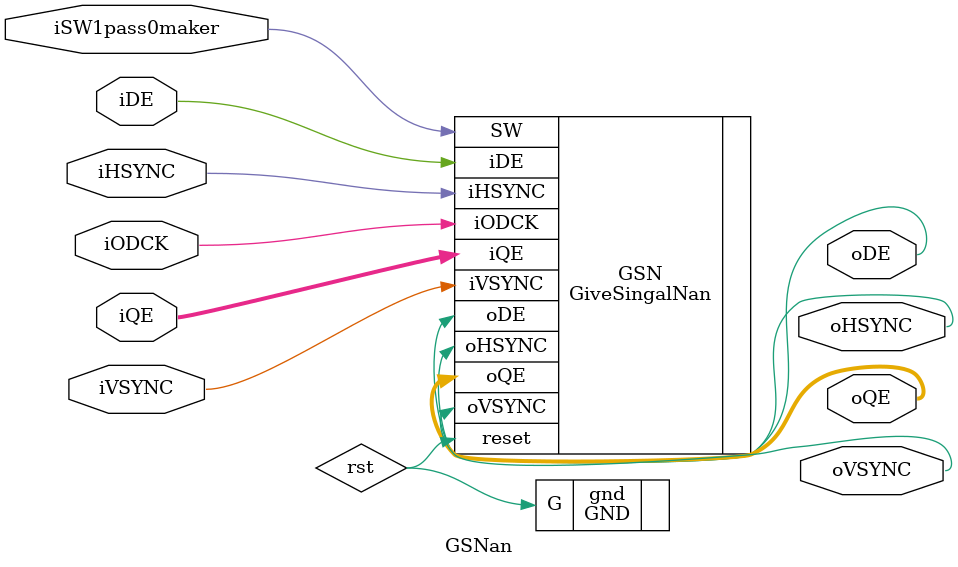
<source format=v>
`timescale 1ns / 1ps
module GSNan(iODCK, iDE, iHSYNC, iVSYNC, iQE, iSW1pass0maker, oDE, oHSYNC, oVSYNC, oQE);
    input iODCK;
    input iDE;
    input iHSYNC;
    input iVSYNC;
    input [23:0] iQE;
    input iSW1pass0maker;
    
   output oDE;
   output oHSYNC;
   output oVSYNC;
	output [23:0] oQE;
   
   wire rst;
   
   GiveSingalNan GSN (.iODCK(iODCK), .reset(rst), .iDE(iDE), .iHSYNC(iHSYNC), .iVSYNC(iVSYNC),  .iQE(iQE[23:0]), .SW(iSW1pass0maker),
                                                  .oDE(oDE), .oHSYNC(oHSYNC), .oQE(oQE[23:0]), .oVSYNC(oVSYNC));
   GND gnd (.G(rst));
endmodule

</source>
